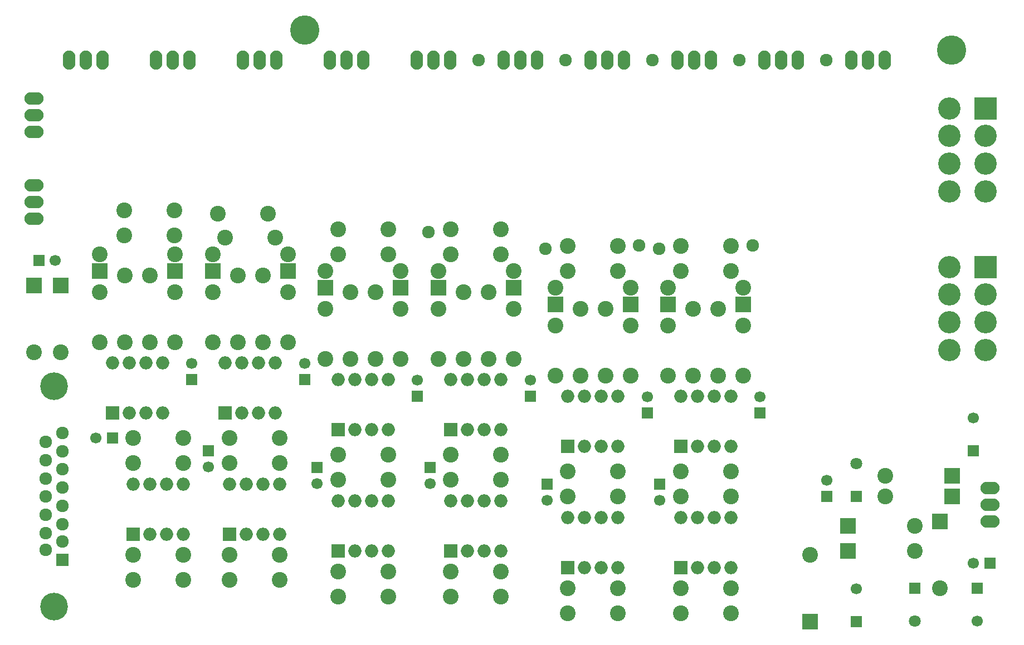
<source format=gbr>
G04 #@! TF.FileFunction,Soldermask,Bot*
%FSLAX46Y46*%
G04 Gerber Fmt 4.6, Leading zero omitted, Abs format (unit mm)*
G04 Created by KiCad (PCBNEW 4.0.4-stable) date 12/24/16 13:41:42*
%MOMM*%
%LPD*%
G01*
G04 APERTURE LIST*
%ADD10C,0.100000*%
%ADD11C,4.210000*%
%ADD12R,1.924000X1.924000*%
%ADD13C,1.924000*%
%ADD14C,4.464000*%
%ADD15R,1.700000X1.700000*%
%ADD16C,1.700000*%
%ADD17R,1.800000X1.800000*%
%ADD18C,1.800000*%
%ADD19C,2.398980*%
%ADD20R,2.398980X2.398980*%
%ADD21C,2.400000*%
%ADD22R,2.400000X2.400000*%
%ADD23R,3.400000X3.400000*%
%ADD24C,3.400000*%
%ADD25O,1.901140X2.899360*%
%ADD26O,2.899360X1.901140*%
%ADD27R,2.000000X2.000000*%
%ADD28O,2.000000X2.000000*%
G04 APERTURE END LIST*
D10*
D11*
X87630000Y-98171000D03*
X87630000Y-131699000D03*
D12*
X88900000Y-124587000D03*
D13*
X88900000Y-121793000D03*
X88900000Y-119126000D03*
X88900000Y-116332000D03*
X88900000Y-113538000D03*
X88900000Y-110744000D03*
X88900000Y-108077000D03*
X88900000Y-105283000D03*
X86360000Y-123012200D03*
X86360000Y-120472200D03*
X86360000Y-117678200D03*
X86360000Y-114935000D03*
X86360000Y-112191800D03*
X86360000Y-109397800D03*
X86360000Y-106654600D03*
D14*
X125730000Y-43942000D03*
X224028000Y-46990000D03*
D13*
X204978000Y-48514000D03*
X179578000Y-77216000D03*
X193802000Y-76708000D03*
X162306000Y-77216000D03*
X176530000Y-76708000D03*
X144526000Y-74676000D03*
X165354000Y-48514000D03*
X191770000Y-48514000D03*
X152146000Y-48514000D03*
X178562000Y-48514000D03*
D15*
X85344000Y-78994000D03*
D16*
X87844000Y-78994000D03*
D15*
X227330000Y-107950000D03*
D16*
X227330000Y-102950000D03*
D15*
X227965000Y-128905000D03*
D16*
X227965000Y-133905000D03*
D15*
X209550000Y-133985000D03*
D16*
X209550000Y-128985000D03*
D15*
X144780000Y-110490000D03*
D16*
X144780000Y-112990000D03*
D15*
X162560000Y-113030000D03*
D16*
X162560000Y-115530000D03*
D15*
X179705000Y-113030000D03*
D16*
X179705000Y-115530000D03*
D17*
X209550000Y-114935000D03*
D18*
X209550000Y-109935000D03*
D15*
X160020000Y-99695000D03*
D16*
X160020000Y-97195000D03*
D15*
X177800000Y-102235000D03*
D16*
X177800000Y-99735000D03*
D15*
X194945000Y-102235000D03*
D16*
X194945000Y-99735000D03*
D15*
X229870000Y-125095000D03*
D16*
X227370000Y-125095000D03*
D15*
X96520000Y-106045000D03*
D16*
X94020000Y-106045000D03*
D15*
X111125000Y-107950000D03*
D16*
X111125000Y-110450000D03*
D15*
X127635000Y-110490000D03*
D16*
X127635000Y-112990000D03*
D15*
X108585000Y-97155000D03*
D16*
X108585000Y-94655000D03*
D15*
X125730000Y-97155000D03*
D16*
X125730000Y-94655000D03*
D15*
X142875000Y-99695000D03*
D16*
X142875000Y-97195000D03*
D19*
X218440000Y-119377460D03*
D20*
X208280000Y-119377460D03*
D19*
X218440000Y-123187460D03*
D20*
X208280000Y-123187460D03*
D19*
X213995000Y-114937540D03*
D20*
X224155000Y-114937540D03*
D19*
X213995000Y-111762540D03*
D20*
X224155000Y-111762540D03*
D21*
X146050000Y-80645000D03*
D22*
X146050000Y-83185000D03*
D21*
X157480000Y-80645000D03*
D22*
X157480000Y-83185000D03*
D21*
X163830000Y-83185000D03*
D22*
X163830000Y-85725000D03*
D21*
X175260000Y-83185000D03*
D22*
X175260000Y-85725000D03*
D21*
X180975000Y-83185000D03*
D22*
X180975000Y-85725000D03*
D21*
X192405000Y-83185000D03*
D22*
X192405000Y-85725000D03*
D19*
X202562460Y-123825000D03*
D20*
X202562460Y-133985000D03*
D19*
X84584540Y-92964000D03*
D20*
X84584540Y-82804000D03*
D19*
X88648540Y-92964000D03*
D20*
X88648540Y-82804000D03*
D21*
X94615000Y-78105000D03*
D22*
X94615000Y-80645000D03*
D21*
X106045000Y-78105000D03*
D22*
X106045000Y-80645000D03*
D21*
X111760000Y-78105000D03*
D22*
X111760000Y-80645000D03*
D21*
X123190000Y-78105000D03*
D22*
X123190000Y-80645000D03*
D21*
X128905000Y-80645000D03*
D22*
X128905000Y-83185000D03*
D21*
X140335000Y-80645000D03*
D22*
X140335000Y-83185000D03*
D17*
X218440000Y-128905000D03*
D18*
X218440000Y-133905000D03*
D15*
X205105000Y-114935000D03*
D16*
X205105000Y-112435000D03*
D23*
X229235000Y-55880000D03*
D24*
X229235000Y-60080000D03*
X229235000Y-64280000D03*
X229235000Y-68480000D03*
X223735000Y-55880000D03*
X223735000Y-60080000D03*
X223735000Y-64280000D03*
X223735000Y-68480000D03*
D23*
X229235000Y-80010000D03*
D24*
X229235000Y-84210000D03*
X229235000Y-88410000D03*
X229235000Y-92610000D03*
X223735000Y-80010000D03*
X223735000Y-84210000D03*
X223735000Y-88410000D03*
X223735000Y-92610000D03*
D25*
X145288000Y-48514000D03*
X142748000Y-48514000D03*
X147828000Y-48514000D03*
X158496000Y-48514000D03*
X155956000Y-48514000D03*
X161036000Y-48514000D03*
X171704000Y-48514000D03*
X169164000Y-48514000D03*
X174244000Y-48514000D03*
X184912000Y-48514000D03*
X182372000Y-48514000D03*
X187452000Y-48514000D03*
X198120000Y-48514000D03*
X195580000Y-48514000D03*
X200660000Y-48514000D03*
X211328000Y-48514000D03*
X208788000Y-48514000D03*
X213868000Y-48514000D03*
D26*
X84582000Y-70104000D03*
X84582000Y-72644000D03*
X84582000Y-67564000D03*
X84582000Y-56896000D03*
X84582000Y-59436000D03*
X84582000Y-54356000D03*
D25*
X92456000Y-48514000D03*
X89916000Y-48514000D03*
X94996000Y-48514000D03*
X105664000Y-48514000D03*
X103124000Y-48514000D03*
X108204000Y-48514000D03*
X118872000Y-48514000D03*
X116332000Y-48514000D03*
X121412000Y-48514000D03*
X132080000Y-48514000D03*
X129540000Y-48514000D03*
X134620000Y-48514000D03*
D19*
X147955000Y-126365000D03*
X155575000Y-126365000D03*
X147955000Y-130175000D03*
X155575000Y-130175000D03*
X165735000Y-128905000D03*
X173355000Y-128905000D03*
X165735000Y-132715000D03*
X173355000Y-132715000D03*
X182880000Y-128905000D03*
X190500000Y-128905000D03*
X182880000Y-132715000D03*
X190500000Y-132715000D03*
X155575000Y-108585000D03*
X147955000Y-108585000D03*
X173355000Y-111125000D03*
X165735000Y-111125000D03*
X190500000Y-111125000D03*
X182880000Y-111125000D03*
X155575000Y-112395000D03*
X147955000Y-112395000D03*
X173355000Y-114935000D03*
X165735000Y-114935000D03*
X190500000Y-114935000D03*
X182880000Y-114935000D03*
X153670000Y-93980000D03*
X153670000Y-83820000D03*
X171450000Y-96520000D03*
X171450000Y-86360000D03*
X188595000Y-96520000D03*
X188595000Y-86360000D03*
X149860000Y-83820000D03*
X149860000Y-93980000D03*
X167640000Y-86360000D03*
X167640000Y-96520000D03*
X184785000Y-86360000D03*
X184785000Y-96520000D03*
X192405000Y-88900000D03*
X192405000Y-96520000D03*
X146050000Y-86360000D03*
X146050000Y-93980000D03*
X157480000Y-86360000D03*
X157480000Y-93980000D03*
X163830000Y-88900000D03*
X163830000Y-96520000D03*
X175260000Y-88900000D03*
X175260000Y-96520000D03*
X180975000Y-88900000D03*
X180975000Y-96520000D03*
X155575000Y-74295000D03*
X147955000Y-74295000D03*
X147955000Y-78105000D03*
X155575000Y-78105000D03*
X173355000Y-76835000D03*
X165735000Y-76835000D03*
X165735000Y-80645000D03*
X173355000Y-80645000D03*
X190500000Y-76835000D03*
X182880000Y-76835000D03*
X182880000Y-80645000D03*
X190500000Y-80645000D03*
X99695000Y-123825000D03*
X107315000Y-123825000D03*
X99695000Y-127635000D03*
X107315000Y-127635000D03*
X114300000Y-123825000D03*
X121920000Y-123825000D03*
X114300000Y-127635000D03*
X121920000Y-127635000D03*
X130810000Y-126365000D03*
X138430000Y-126365000D03*
X130810000Y-130175000D03*
X138430000Y-130175000D03*
X107315000Y-106045000D03*
X99695000Y-106045000D03*
X121920000Y-106045000D03*
X114300000Y-106045000D03*
X138430000Y-108585000D03*
X130810000Y-108585000D03*
X107315000Y-109855000D03*
X99695000Y-109855000D03*
X121920000Y-109855000D03*
X114300000Y-109855000D03*
X138430000Y-112395000D03*
X130810000Y-112395000D03*
X102235000Y-91440000D03*
X102235000Y-81280000D03*
X119380000Y-91440000D03*
X119380000Y-81280000D03*
X136525000Y-93980000D03*
X136525000Y-83820000D03*
X98425000Y-81280000D03*
X98425000Y-91440000D03*
X115570000Y-81280000D03*
X115570000Y-91440000D03*
X132715000Y-83820000D03*
X132715000Y-93980000D03*
X94615000Y-83820000D03*
X94615000Y-91440000D03*
X106045000Y-83820000D03*
X106045000Y-91440000D03*
X111760000Y-83820000D03*
X111760000Y-91440000D03*
X123190000Y-83820000D03*
X123190000Y-91440000D03*
X128905000Y-86360000D03*
X128905000Y-93980000D03*
X140335000Y-86360000D03*
X140335000Y-93980000D03*
X105918000Y-71374000D03*
X98298000Y-71374000D03*
X98298000Y-75184000D03*
X105918000Y-75184000D03*
X120142000Y-71882000D03*
X112522000Y-71882000D03*
X113665000Y-75565000D03*
X121285000Y-75565000D03*
X138430000Y-74295000D03*
X130810000Y-74295000D03*
X130810000Y-78105000D03*
X138430000Y-78105000D03*
D27*
X147955000Y-123190000D03*
D28*
X150495000Y-123190000D03*
X153035000Y-123190000D03*
X155575000Y-123190000D03*
X155575000Y-115570000D03*
X153035000Y-115570000D03*
X150495000Y-115570000D03*
X147955000Y-115570000D03*
D27*
X165735000Y-125730000D03*
D28*
X168275000Y-125730000D03*
X170815000Y-125730000D03*
X173355000Y-125730000D03*
X173355000Y-118110000D03*
X170815000Y-118110000D03*
X168275000Y-118110000D03*
X165735000Y-118110000D03*
D27*
X182880000Y-125730000D03*
D28*
X185420000Y-125730000D03*
X187960000Y-125730000D03*
X190500000Y-125730000D03*
X190500000Y-118110000D03*
X187960000Y-118110000D03*
X185420000Y-118110000D03*
X182880000Y-118110000D03*
D27*
X147955000Y-104775000D03*
D28*
X150495000Y-104775000D03*
X153035000Y-104775000D03*
X155575000Y-104775000D03*
X155575000Y-97155000D03*
X153035000Y-97155000D03*
X150495000Y-97155000D03*
X147955000Y-97155000D03*
D27*
X165735000Y-107315000D03*
D28*
X168275000Y-107315000D03*
X170815000Y-107315000D03*
X173355000Y-107315000D03*
X173355000Y-99695000D03*
X170815000Y-99695000D03*
X168275000Y-99695000D03*
X165735000Y-99695000D03*
D27*
X182880000Y-107315000D03*
D28*
X185420000Y-107315000D03*
X187960000Y-107315000D03*
X190500000Y-107315000D03*
X190500000Y-99695000D03*
X187960000Y-99695000D03*
X185420000Y-99695000D03*
X182880000Y-99695000D03*
D26*
X229870000Y-116205000D03*
X229870000Y-113665000D03*
X229870000Y-118745000D03*
D27*
X99695000Y-120650000D03*
D28*
X102235000Y-120650000D03*
X104775000Y-120650000D03*
X107315000Y-120650000D03*
X107315000Y-113030000D03*
X104775000Y-113030000D03*
X102235000Y-113030000D03*
X99695000Y-113030000D03*
D27*
X114300000Y-120650000D03*
D28*
X116840000Y-120650000D03*
X119380000Y-120650000D03*
X121920000Y-120650000D03*
X121920000Y-113030000D03*
X119380000Y-113030000D03*
X116840000Y-113030000D03*
X114300000Y-113030000D03*
D27*
X130810000Y-123190000D03*
D28*
X133350000Y-123190000D03*
X135890000Y-123190000D03*
X138430000Y-123190000D03*
X138430000Y-115570000D03*
X135890000Y-115570000D03*
X133350000Y-115570000D03*
X130810000Y-115570000D03*
D27*
X96520000Y-102235000D03*
D28*
X99060000Y-102235000D03*
X101600000Y-102235000D03*
X104140000Y-102235000D03*
X104140000Y-94615000D03*
X101600000Y-94615000D03*
X99060000Y-94615000D03*
X96520000Y-94615000D03*
D27*
X113665000Y-102235000D03*
D28*
X116205000Y-102235000D03*
X118745000Y-102235000D03*
X121285000Y-102235000D03*
X121285000Y-94615000D03*
X118745000Y-94615000D03*
X116205000Y-94615000D03*
X113665000Y-94615000D03*
D27*
X130810000Y-104775000D03*
D28*
X133350000Y-104775000D03*
X135890000Y-104775000D03*
X138430000Y-104775000D03*
X138430000Y-97155000D03*
X135890000Y-97155000D03*
X133350000Y-97155000D03*
X130810000Y-97155000D03*
D19*
X222252540Y-128905000D03*
D20*
X222252540Y-118745000D03*
M02*

</source>
